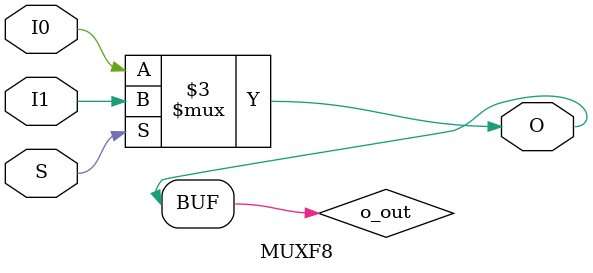
<source format=v>

/*

FUNCTION	: 2 to 1 Multiplexer for Carry Logic

*/

`timescale  100 ps / 10 ps


module MUXF8 (O, I0, I1, S);

    output O;
    reg    o_out;

    input  I0, I1, S;

    buf B1 (O, o_out);

	always @(I0 or I1 or S) begin
	    if (S)
		o_out <= I1;
	    else
		o_out <= I0;
	end

    specify
	(I0 => O) = (0, 0);
	(I1 => O) = (0, 0);
	(S  => O) = (0, 0);
    endspecify

endmodule


</source>
